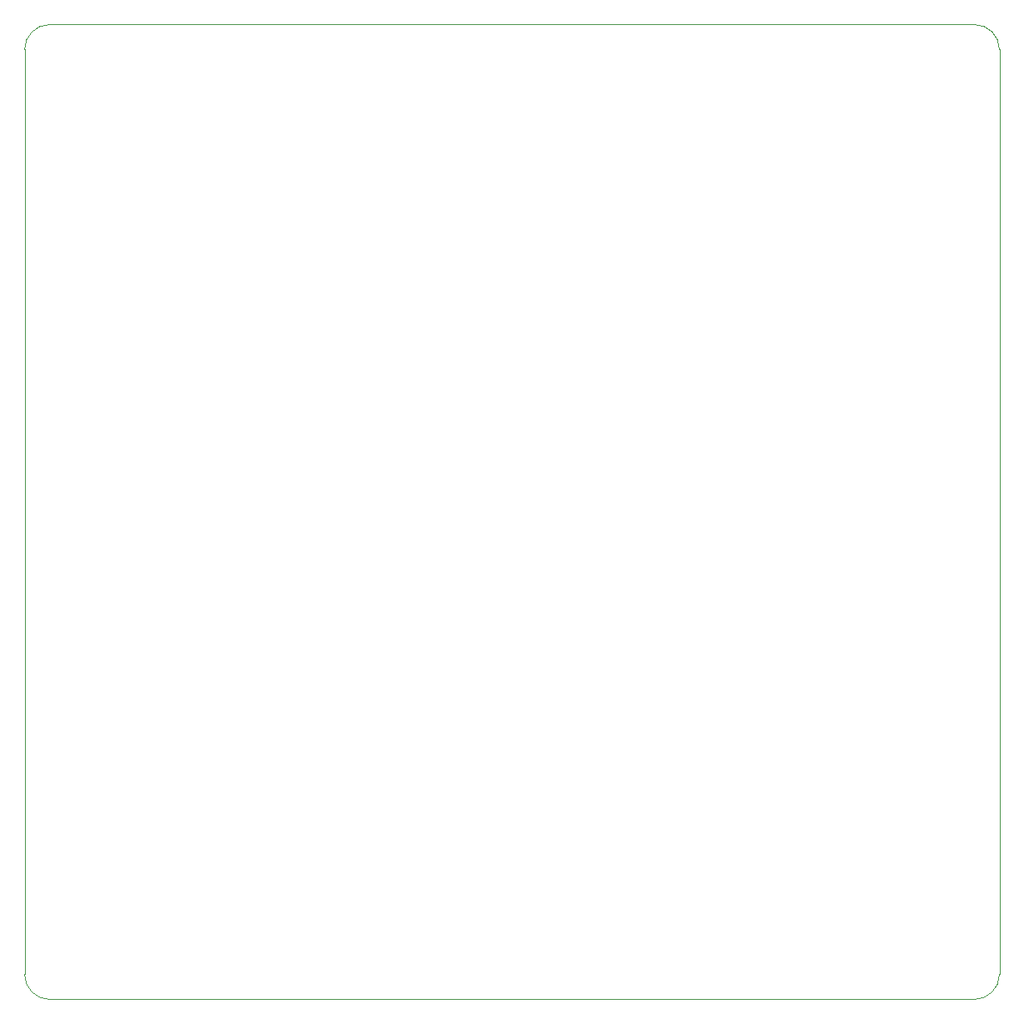
<source format=gbr>
%TF.GenerationSoftware,KiCad,Pcbnew,(5.1.8)-1*%
%TF.CreationDate,2022-12-02T00:18:40+03:00*%
%TF.ProjectId,MUX8x1-v4,4d555838-7831-42d7-9634-2e6b69636164,rev?*%
%TF.SameCoordinates,Original*%
%TF.FileFunction,Profile,NP*%
%FSLAX46Y46*%
G04 Gerber Fmt 4.6, Leading zero omitted, Abs format (unit mm)*
G04 Created by KiCad (PCBNEW (5.1.8)-1) date 2022-12-02 00:18:40*
%MOMM*%
%LPD*%
G01*
G04 APERTURE LIST*
%TA.AperFunction,Profile*%
%ADD10C,0.050000*%
%TD*%
G04 APERTURE END LIST*
D10*
X24130000Y-34290000D02*
G75*
G02*
X26670000Y-31750000I2540000J0D01*
G01*
X26670000Y-130810000D02*
G75*
G02*
X24130000Y-128270000I0J2540000D01*
G01*
X123190000Y-128270000D02*
G75*
G02*
X120650000Y-130810000I-2540000J0D01*
G01*
X120650000Y-31750000D02*
G75*
G02*
X123190000Y-34290000I0J-2540000D01*
G01*
X24130000Y-128270000D02*
X24130000Y-34290000D01*
X120650000Y-130810000D02*
X26670000Y-130810000D01*
X123190000Y-34290000D02*
X123190000Y-128270000D01*
X26670000Y-31750000D02*
X120650000Y-31750000D01*
M02*

</source>
